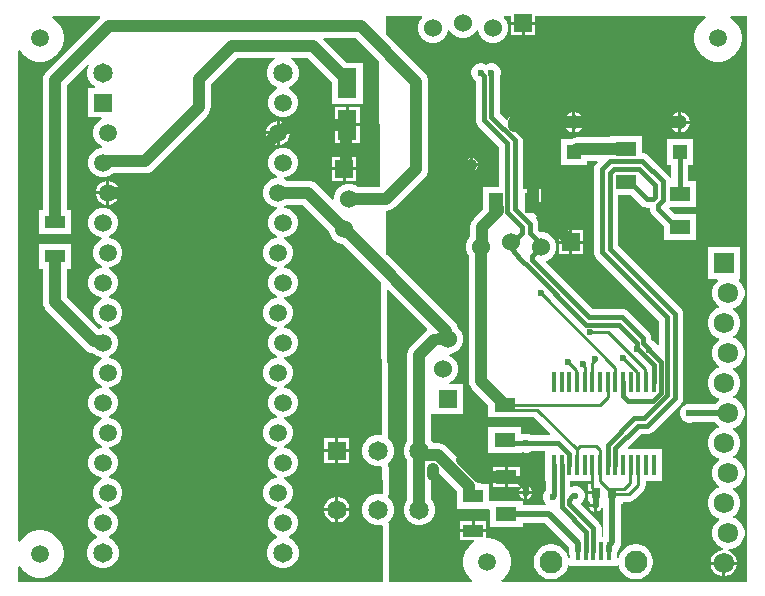
<source format=gbr>
%TF.GenerationSoftware,Altium Limited,Altium Designer,24.0.1 (36)*%
G04 Layer_Physical_Order=1*
G04 Layer_Color=255*
%FSLAX45Y45*%
%MOMM*%
%TF.SameCoordinates,87475131-42DB-44E4-9C0F-69BDD36FC7AA*%
%TF.FilePolarity,Positive*%
%TF.FileFunction,Copper,L1,Top,Signal*%
%TF.Part,Single*%
G01*
G75*
%TA.AperFunction,SMDPad,CuDef*%
%ADD10R,1.70000X1.10000*%
%ADD11R,1.80000X1.15000*%
%ADD12R,0.75000X0.94000*%
%ADD13R,1.15000X1.80000*%
%TA.AperFunction,ConnectorPad*%
%ADD14R,0.40000X1.50000*%
%TA.AperFunction,SMDPad,CuDef*%
%ADD15R,1.70000X1.15000*%
%ADD16R,0.45000X1.70000*%
%ADD17R,1.60000X2.50000*%
%TA.AperFunction,Conductor*%
%ADD18C,1.00000*%
%ADD19C,0.38100*%
%ADD20C,0.25400*%
%ADD21C,0.50000*%
%TA.AperFunction,ComponentPad*%
%ADD22R,1.52400X1.52400*%
%ADD23C,1.52400*%
%ADD24R,1.52400X1.52400*%
%ADD25C,1.50000*%
%ADD26C,1.95000*%
%ADD27C,1.72500*%
%ADD28R,1.72500X1.72500*%
%ADD29R,1.20000X1.20000*%
%ADD30C,1.20000*%
%ADD31R,1.65000X1.65000*%
%ADD32C,1.65000*%
%ADD33C,1.65100*%
%ADD34C,1.50800*%
%ADD35R,1.50800X1.50800*%
%TA.AperFunction,ViaPad*%
%ADD36C,0.60000*%
G36*
X751915Y4831842D02*
X296837Y4376763D01*
X280775Y4355832D01*
X270679Y4331457D01*
X267235Y4305300D01*
Y3209300D01*
X233100D01*
Y2998900D01*
X503500D01*
Y3209300D01*
X469365D01*
Y4263438D01*
X650491Y4444564D01*
X660654Y4436766D01*
X650997Y4420040D01*
X641950Y4386277D01*
Y4351323D01*
X650997Y4317560D01*
X668473Y4287290D01*
X693190Y4262573D01*
X709598Y4253100D01*
X706195Y4240400D01*
X649100D01*
Y3989200D01*
X761750D01*
X762910Y3986253D01*
X763898Y3976500D01*
X737580Y3961305D01*
X714195Y3937920D01*
X697659Y3909280D01*
X689100Y3877336D01*
Y3844264D01*
X697659Y3812320D01*
X714195Y3783680D01*
X737580Y3760295D01*
X763898Y3745100D01*
X762910Y3735347D01*
X761750Y3732400D01*
X758164D01*
X726220Y3723841D01*
X697580Y3707305D01*
X674195Y3683920D01*
X657659Y3655280D01*
X649100Y3623336D01*
Y3590264D01*
X657659Y3558320D01*
X674195Y3529680D01*
X697580Y3506295D01*
X726220Y3489759D01*
X758164Y3481200D01*
X791236D01*
X823180Y3489759D01*
X851820Y3506295D01*
X860980Y3515455D01*
X1127320D01*
X1153477Y3518899D01*
X1177852Y3528995D01*
X1198783Y3545056D01*
X1658963Y4005237D01*
X1675025Y4026168D01*
X1685121Y4050542D01*
X1688565Y4076700D01*
Y4276138D01*
X1908762Y4496335D01*
X2228698D01*
X2232100Y4483635D01*
X2217190Y4475027D01*
X2192473Y4450310D01*
X2174997Y4420040D01*
X2165950Y4386277D01*
Y4351323D01*
X2174997Y4317560D01*
X2192473Y4287290D01*
X2217190Y4262573D01*
X2247460Y4245097D01*
X2250220Y4244357D01*
Y4235213D01*
X2249473Y4231409D01*
X2221580Y4215305D01*
X2198195Y4191920D01*
X2181659Y4163280D01*
X2173100Y4131336D01*
Y4098264D01*
X2181659Y4066320D01*
X2198195Y4037680D01*
X2221580Y4014295D01*
X2250220Y3997759D01*
X2282164Y3989200D01*
X2315236D01*
X2347180Y3997759D01*
X2375820Y4014295D01*
X2399205Y4037680D01*
X2415741Y4066320D01*
X2424300Y4098264D01*
Y4131336D01*
X2415741Y4163280D01*
X2399205Y4191920D01*
X2375820Y4215305D01*
X2347927Y4231409D01*
X2347180Y4235213D01*
Y4244357D01*
X2349940Y4245097D01*
X2380210Y4262573D01*
X2404927Y4287290D01*
X2422403Y4317560D01*
X2431450Y4351323D01*
Y4386277D01*
X2422403Y4420040D01*
X2404927Y4450310D01*
X2380210Y4475027D01*
X2365300Y4483635D01*
X2368702Y4496335D01*
X2510838D01*
X2714600Y4292573D01*
Y4101900D01*
X2975000D01*
Y4452300D01*
X2840727D01*
X2641024Y4652003D01*
X2645884Y4663736D01*
X2914937D01*
X3114917Y4463757D01*
X3123111Y3412080D01*
X3114166Y3403065D01*
X2935192D01*
X2935111Y3403145D01*
X2906289Y3419786D01*
X2874141Y3428400D01*
X2840859D01*
X2808711Y3419786D01*
X2779889Y3403145D01*
X2756355Y3379611D01*
X2739714Y3350789D01*
X2731100Y3318641D01*
Y3295288D01*
X2718400Y3290027D01*
X2584163Y3424263D01*
X2563232Y3440325D01*
X2538858Y3450421D01*
X2512700Y3453865D01*
X2334851D01*
X2309502Y3468500D01*
X2310490Y3478253D01*
X2311650Y3481200D01*
X2315236D01*
X2347180Y3489759D01*
X2375820Y3506295D01*
X2399205Y3529680D01*
X2415741Y3558320D01*
X2424300Y3590264D01*
Y3623336D01*
X2415741Y3655280D01*
X2399205Y3683920D01*
X2375820Y3707305D01*
X2347180Y3723841D01*
X2315236Y3732400D01*
X2282164D01*
X2250220Y3723841D01*
X2221580Y3707305D01*
X2198195Y3683920D01*
X2181659Y3655280D01*
X2173100Y3623336D01*
Y3590264D01*
X2181659Y3558320D01*
X2198195Y3529680D01*
X2221580Y3506295D01*
X2247898Y3491100D01*
X2246910Y3481347D01*
X2245750Y3478400D01*
X2242164D01*
X2210220Y3469841D01*
X2181580Y3453305D01*
X2158195Y3429920D01*
X2141659Y3401280D01*
X2133100Y3369336D01*
Y3336264D01*
X2141659Y3304320D01*
X2158195Y3275680D01*
X2181580Y3252295D01*
X2210220Y3235759D01*
X2242164Y3227200D01*
X2245750D01*
X2246910Y3224253D01*
X2247898Y3214500D01*
X2221580Y3199305D01*
X2198195Y3175920D01*
X2181659Y3147280D01*
X2173100Y3115336D01*
Y3082264D01*
X2181659Y3050320D01*
X2198195Y3021680D01*
X2221580Y2998295D01*
X2247898Y2983100D01*
X2246910Y2973347D01*
X2245750Y2970400D01*
X2242164D01*
X2210220Y2961841D01*
X2181580Y2945305D01*
X2158195Y2921920D01*
X2141659Y2893280D01*
X2133100Y2861336D01*
Y2828264D01*
X2141659Y2796320D01*
X2158195Y2767680D01*
X2181580Y2744295D01*
X2210220Y2727759D01*
X2242164Y2719200D01*
X2245750D01*
X2246910Y2716253D01*
X2247898Y2706500D01*
X2221580Y2691305D01*
X2198195Y2667920D01*
X2181659Y2639280D01*
X2173100Y2607336D01*
Y2574264D01*
X2181659Y2542320D01*
X2198195Y2513680D01*
X2221580Y2490295D01*
X2247898Y2475100D01*
X2246910Y2465347D01*
X2245750Y2462400D01*
X2242164D01*
X2210220Y2453841D01*
X2181580Y2437305D01*
X2158195Y2413920D01*
X2141659Y2385280D01*
X2133100Y2353336D01*
Y2320264D01*
X2141659Y2288320D01*
X2158195Y2259680D01*
X2181580Y2236295D01*
X2210220Y2219759D01*
X2242164Y2211200D01*
X2245750D01*
X2246910Y2208253D01*
X2247898Y2198500D01*
X2221580Y2183305D01*
X2198195Y2159920D01*
X2181659Y2131280D01*
X2173100Y2099336D01*
Y2066264D01*
X2181659Y2034320D01*
X2198195Y2005680D01*
X2221580Y1982295D01*
X2247898Y1967100D01*
X2246910Y1957347D01*
X2245750Y1954400D01*
X2242164D01*
X2210220Y1945841D01*
X2181580Y1929305D01*
X2158195Y1905920D01*
X2141659Y1877280D01*
X2133100Y1845336D01*
Y1812264D01*
X2141659Y1780320D01*
X2158195Y1751680D01*
X2181580Y1728295D01*
X2210220Y1711759D01*
X2242164Y1703200D01*
X2245750D01*
X2246910Y1700253D01*
X2247898Y1690500D01*
X2221580Y1675305D01*
X2198195Y1651920D01*
X2181659Y1623280D01*
X2173100Y1591336D01*
Y1558264D01*
X2181659Y1526320D01*
X2198195Y1497680D01*
X2221580Y1474295D01*
X2247898Y1459100D01*
X2246910Y1449347D01*
X2245750Y1446400D01*
X2242164D01*
X2210220Y1437841D01*
X2181580Y1421305D01*
X2158195Y1397920D01*
X2141659Y1369280D01*
X2133100Y1337336D01*
Y1304264D01*
X2141659Y1272320D01*
X2158195Y1243680D01*
X2181580Y1220295D01*
X2210220Y1203759D01*
X2242164Y1195200D01*
X2245750D01*
X2246910Y1192253D01*
X2247898Y1182500D01*
X2221580Y1167305D01*
X2198195Y1143920D01*
X2181659Y1115280D01*
X2173100Y1083336D01*
Y1050264D01*
X2181659Y1018320D01*
X2198195Y989680D01*
X2221580Y966295D01*
X2247898Y951100D01*
X2246910Y941347D01*
X2245750Y938400D01*
X2242164D01*
X2210220Y929841D01*
X2181580Y913305D01*
X2158195Y889920D01*
X2141659Y861280D01*
X2133100Y829336D01*
Y796264D01*
X2141659Y764320D01*
X2158195Y735680D01*
X2181580Y712295D01*
X2210220Y695759D01*
X2242164Y687200D01*
X2245750D01*
X2246910Y684253D01*
X2247898Y674500D01*
X2221580Y659305D01*
X2198195Y635920D01*
X2181659Y607280D01*
X2173100Y575336D01*
Y542264D01*
X2181659Y510320D01*
X2198195Y481680D01*
X2221580Y458295D01*
X2249473Y442191D01*
X2250220Y438387D01*
Y429243D01*
X2247460Y428503D01*
X2217190Y411027D01*
X2192473Y386310D01*
X2174997Y356040D01*
X2165950Y322277D01*
Y287323D01*
X2174997Y253560D01*
X2192473Y223290D01*
X2217190Y198573D01*
X2247460Y181097D01*
X2281223Y172050D01*
X2316177D01*
X2349940Y181097D01*
X2380210Y198573D01*
X2404927Y223290D01*
X2422403Y253560D01*
X2431450Y287323D01*
Y322277D01*
X2422403Y356040D01*
X2404927Y386310D01*
X2380210Y411027D01*
X2349940Y428503D01*
X2347180Y429243D01*
Y438387D01*
X2347927Y442191D01*
X2375820Y458295D01*
X2399205Y481680D01*
X2415741Y510320D01*
X2424300Y542264D01*
Y575336D01*
X2415741Y607280D01*
X2399205Y635920D01*
X2375820Y659305D01*
X2347180Y675841D01*
X2315236Y684400D01*
X2311650D01*
X2310490Y687347D01*
X2309502Y697100D01*
X2335820Y712295D01*
X2359205Y735680D01*
X2375741Y764320D01*
X2384300Y796264D01*
Y829336D01*
X2375741Y861280D01*
X2359205Y889920D01*
X2335820Y913305D01*
X2309502Y928500D01*
X2310490Y938253D01*
X2311650Y941200D01*
X2315236D01*
X2347180Y949759D01*
X2375820Y966295D01*
X2399205Y989680D01*
X2415741Y1018320D01*
X2424300Y1050264D01*
Y1083336D01*
X2415741Y1115280D01*
X2399205Y1143920D01*
X2375820Y1167305D01*
X2347180Y1183841D01*
X2315236Y1192400D01*
X2311650D01*
X2310490Y1195347D01*
X2309502Y1205100D01*
X2335820Y1220295D01*
X2359205Y1243680D01*
X2375741Y1272320D01*
X2384300Y1304264D01*
Y1337336D01*
X2375741Y1369280D01*
X2359205Y1397920D01*
X2335820Y1421305D01*
X2309502Y1436500D01*
X2310490Y1446253D01*
X2311650Y1449200D01*
X2315236D01*
X2347180Y1457759D01*
X2375820Y1474295D01*
X2399205Y1497680D01*
X2415741Y1526320D01*
X2424300Y1558264D01*
Y1591336D01*
X2415741Y1623280D01*
X2399205Y1651920D01*
X2375820Y1675305D01*
X2347180Y1691841D01*
X2315236Y1700400D01*
X2311650D01*
X2310490Y1703347D01*
X2309502Y1713100D01*
X2335820Y1728295D01*
X2359205Y1751680D01*
X2375741Y1780320D01*
X2384300Y1812264D01*
Y1845336D01*
X2375741Y1877280D01*
X2359205Y1905920D01*
X2335820Y1929305D01*
X2309502Y1944500D01*
X2310490Y1954253D01*
X2311650Y1957200D01*
X2315236D01*
X2347180Y1965759D01*
X2375820Y1982295D01*
X2399205Y2005680D01*
X2415741Y2034320D01*
X2424300Y2066264D01*
Y2099336D01*
X2415741Y2131280D01*
X2399205Y2159920D01*
X2375820Y2183305D01*
X2347180Y2199841D01*
X2315236Y2208400D01*
X2311650D01*
X2310490Y2211347D01*
X2309502Y2221100D01*
X2335820Y2236295D01*
X2359205Y2259680D01*
X2375741Y2288320D01*
X2384300Y2320264D01*
Y2353336D01*
X2375741Y2385280D01*
X2359205Y2413920D01*
X2335820Y2437305D01*
X2309502Y2452500D01*
X2310490Y2462253D01*
X2311650Y2465200D01*
X2315236D01*
X2347180Y2473759D01*
X2375820Y2490295D01*
X2399205Y2513680D01*
X2415741Y2542320D01*
X2424300Y2574264D01*
Y2607336D01*
X2415741Y2639280D01*
X2399205Y2667920D01*
X2375820Y2691305D01*
X2347180Y2707841D01*
X2315236Y2716400D01*
X2311650D01*
X2310490Y2719347D01*
X2309502Y2729100D01*
X2335820Y2744295D01*
X2359205Y2767680D01*
X2375741Y2796320D01*
X2384300Y2828264D01*
Y2861336D01*
X2375741Y2893280D01*
X2359205Y2921920D01*
X2335820Y2945305D01*
X2309502Y2960500D01*
X2310490Y2970253D01*
X2311650Y2973200D01*
X2315236D01*
X2347180Y2981759D01*
X2375820Y2998295D01*
X2399205Y3021680D01*
X2415741Y3050320D01*
X2424300Y3082264D01*
Y3115336D01*
X2415741Y3147280D01*
X2399205Y3175920D01*
X2375820Y3199305D01*
X2347180Y3215841D01*
X2315236Y3224400D01*
X2311650D01*
X2310490Y3227347D01*
X2309502Y3237100D01*
X2334851Y3251735D01*
X2470838D01*
X2691100Y3031473D01*
Y3031359D01*
X2699714Y2999211D01*
X2716355Y2970389D01*
X2739889Y2946855D01*
X2768712Y2930214D01*
X2800859Y2921600D01*
X2802873D01*
X3129478Y2594995D01*
X3139516Y1306834D01*
X3129470Y1299064D01*
X3121870Y1301100D01*
X3086930D01*
X3053180Y1292057D01*
X3022920Y1274586D01*
X2998213Y1249880D01*
X2980743Y1219620D01*
X2971700Y1185870D01*
Y1150930D01*
X2980743Y1117180D01*
X2998213Y1086920D01*
X3022920Y1062214D01*
X3053180Y1044743D01*
X3086930Y1035700D01*
X3121870D01*
X3131562Y1038297D01*
X3141668Y1030605D01*
X3143420Y805788D01*
X3133374Y798017D01*
X3121870Y801100D01*
X3086930D01*
X3053180Y792057D01*
X3022920Y774586D01*
X2998213Y749880D01*
X2980743Y719620D01*
X2971700Y685870D01*
Y650930D01*
X2980743Y617180D01*
X2998213Y586920D01*
X3022920Y562214D01*
X3053180Y544743D01*
X3086930Y535700D01*
X3121870D01*
X3135450Y539339D01*
X3145556Y531647D01*
X3146968Y350496D01*
X3148983Y91900D01*
X3149179Y66673D01*
X3140234Y57658D01*
X57658D01*
Y183729D01*
X70358Y187582D01*
X85794Y164480D01*
X113680Y136594D01*
X146470Y114685D01*
X182904Y99593D01*
X221582Y91900D01*
X261018D01*
X299696Y99593D01*
X336130Y114685D01*
X368920Y136594D01*
X396806Y164480D01*
X418715Y197270D01*
X433807Y233704D01*
X441500Y272382D01*
Y311818D01*
X433807Y350496D01*
X418715Y386930D01*
X396806Y419720D01*
X368920Y447606D01*
X336130Y469515D01*
X299696Y484607D01*
X261018Y492300D01*
X221582D01*
X182904Y484607D01*
X146470Y469515D01*
X113680Y447606D01*
X85794Y419720D01*
X70358Y396618D01*
X57658Y400471D01*
Y4552529D01*
X70358Y4556382D01*
X85794Y4533280D01*
X113680Y4505394D01*
X146470Y4483485D01*
X182904Y4468393D01*
X221582Y4460700D01*
X261018D01*
X299696Y4468393D01*
X336130Y4483485D01*
X368920Y4505394D01*
X396806Y4533280D01*
X418715Y4566070D01*
X433807Y4602504D01*
X441500Y4641182D01*
Y4680618D01*
X433807Y4719296D01*
X418715Y4755730D01*
X396806Y4788520D01*
X368920Y4816406D01*
X345818Y4831842D01*
X349671Y4844542D01*
X746655D01*
X751915Y4831842D01*
D02*
G37*
G36*
X6228842Y57658D02*
X4152293D01*
X4148606Y69811D01*
X4153520Y73094D01*
X4181406Y100980D01*
X4203315Y133770D01*
X4218407Y170204D01*
X4226100Y208882D01*
Y248318D01*
X4218407Y286996D01*
X4203315Y323430D01*
X4181406Y356220D01*
X4153520Y384106D01*
X4120730Y406015D01*
X4084296Y421107D01*
X4045618Y428800D01*
X4022000D01*
Y477300D01*
X3801200D01*
Y409600D01*
X3913576D01*
X3917428Y396900D01*
X3898280Y384106D01*
X3870394Y356220D01*
X3848485Y323430D01*
X3833393Y286996D01*
X3825700Y248318D01*
Y208882D01*
X3833393Y170204D01*
X3848485Y133770D01*
X3870394Y100980D01*
X3898280Y73094D01*
X3903194Y69811D01*
X3899507Y57658D01*
X3208262D01*
X3200361Y67072D01*
X3200165Y92299D01*
X3198150Y350895D01*
X3196738Y532046D01*
X3196074Y535255D01*
X3196276Y538526D01*
X3194067Y544950D01*
X3192690Y551602D01*
X3192613Y551715D01*
X3190733Y554646D01*
X3189782Y557412D01*
X3186784Y560804D01*
X3185880Y562214D01*
X3210586Y586920D01*
X3228057Y617180D01*
X3237100Y650930D01*
Y685870D01*
X3228057Y719620D01*
X3210586Y749880D01*
X3185880Y774586D01*
X3190767Y786430D01*
X3190859Y786570D01*
X3192095Y793049D01*
X3194191Y799305D01*
X3193951Y802773D01*
X3194602Y806187D01*
X3192850Y1031004D01*
X3192186Y1034213D01*
X3192388Y1037484D01*
X3190179Y1043908D01*
X3188802Y1050560D01*
X3185880Y1062214D01*
X3210586Y1086920D01*
X3228057Y1117180D01*
X3237100Y1150930D01*
Y1185870D01*
X3228057Y1219620D01*
X3210586Y1249880D01*
X3185880Y1274586D01*
X3186955Y1287616D01*
X3188191Y1294096D01*
X3190287Y1300350D01*
X3190046Y1303818D01*
X3190698Y1307233D01*
X3181196Y2526658D01*
X3192910Y2531563D01*
X3521001Y2203473D01*
X3519822Y2186691D01*
X3507539Y2177266D01*
X3382937Y2052663D01*
X3366875Y2031732D01*
X3356779Y2007357D01*
X3353335Y1981200D01*
Y1255002D01*
X3348214Y1249880D01*
X3330743Y1219620D01*
X3321700Y1185870D01*
Y1150930D01*
X3330743Y1117180D01*
X3348214Y1086920D01*
X3353335Y1081798D01*
Y755002D01*
X3348214Y749880D01*
X3330743Y719620D01*
X3321700Y685870D01*
Y650930D01*
X3330743Y617180D01*
X3348214Y586920D01*
X3372920Y562214D01*
X3403180Y544743D01*
X3436930Y535700D01*
X3471870D01*
X3505620Y544743D01*
X3535880Y562214D01*
X3560586Y586920D01*
X3578057Y617180D01*
X3587100Y650930D01*
Y685870D01*
X3578057Y719620D01*
X3560586Y749880D01*
X3555465Y755002D01*
Y1027635D01*
X3573519D01*
X3775536Y825619D01*
Y785000D01*
X3776400Y778433D01*
Y674800D01*
X4038100D01*
X4046800Y674800D01*
X4050800Y663757D01*
Y522200D01*
X4331200D01*
Y554051D01*
X4519576D01*
X4721751Y351876D01*
Y315500D01*
X4724335Y295869D01*
X4727400Y288470D01*
Y257883D01*
X4714700Y256633D01*
X4712124Y269582D01*
X4700990Y296462D01*
X4684826Y320653D01*
X4664253Y341226D01*
X4640062Y357390D01*
X4613183Y368524D01*
X4584647Y374200D01*
X4555553D01*
X4527018Y368524D01*
X4500138Y357390D01*
X4475947Y341226D01*
X4455374Y320653D01*
X4439210Y296462D01*
X4428076Y269582D01*
X4422400Y241047D01*
Y211953D01*
X4428076Y183417D01*
X4439210Y156538D01*
X4455374Y132347D01*
X4475947Y111774D01*
X4500138Y95610D01*
X4527018Y84476D01*
X4555553Y78800D01*
X4584647D01*
X4613183Y84476D01*
X4640062Y95610D01*
X4664253Y111774D01*
X4684826Y132347D01*
X4700990Y156538D01*
X4712124Y183417D01*
X4714700Y196367D01*
X4727400Y195116D01*
Y190300D01*
X5127800D01*
Y195116D01*
X5140500Y196367D01*
X5143076Y183417D01*
X5154210Y156538D01*
X5170374Y132347D01*
X5190947Y111774D01*
X5215138Y95610D01*
X5242017Y84476D01*
X5270553Y78800D01*
X5299647D01*
X5328182Y84476D01*
X5355062Y95610D01*
X5379253Y111774D01*
X5399826Y132347D01*
X5415990Y156538D01*
X5427124Y183417D01*
X5432800Y211953D01*
Y241047D01*
X5427124Y269582D01*
X5415990Y296462D01*
X5399826Y320653D01*
X5379253Y341226D01*
X5355062Y357390D01*
X5328182Y368524D01*
X5299647Y374200D01*
X5270553D01*
X5242017Y368524D01*
X5215138Y357390D01*
X5190947Y341226D01*
X5170374Y320653D01*
X5154210Y296462D01*
X5143076Y269582D01*
X5140500Y256633D01*
X5127800Y257883D01*
Y288470D01*
X5130865Y295869D01*
X5133449Y315500D01*
Y329083D01*
X5141464Y337098D01*
X5153518Y352807D01*
X5161095Y371100D01*
X5163680Y390731D01*
Y715600D01*
X5174200D01*
Y735968D01*
X5232400D01*
X5256942Y740849D01*
X5277748Y754752D01*
X5354348Y831351D01*
X5368251Y852158D01*
X5373133Y876700D01*
Y911800D01*
X5511700D01*
Y1182200D01*
X5221673D01*
X5216813Y1193933D01*
X5330533Y1307654D01*
X5383547D01*
X5401625Y1310034D01*
X5418471Y1317012D01*
X5432937Y1328112D01*
X5666190Y1561365D01*
X5677290Y1575830D01*
X5684268Y1592677D01*
X5686648Y1610754D01*
Y2322438D01*
X5684268Y2340516D01*
X5677290Y2357362D01*
X5666190Y2371828D01*
X5134698Y2903320D01*
Y3333700D01*
X5243421D01*
X5331950Y3245171D01*
X5346416Y3234071D01*
X5363262Y3227093D01*
X5381340Y3224713D01*
X5403309D01*
Y3218096D01*
X5405689Y3200018D01*
X5412667Y3183172D01*
X5423767Y3168706D01*
X5523154Y3069320D01*
Y2952700D01*
X5793553D01*
Y3168100D01*
X5621933D01*
X5569066Y3220967D01*
X5573927Y3232700D01*
X5793553D01*
Y3448100D01*
X5728201D01*
Y3585500D01*
X5768553D01*
Y3805899D01*
X5548153D01*
Y3585500D01*
X5588506D01*
Y3481904D01*
X5575806Y3479377D01*
X5574564Y3482375D01*
X5563464Y3496840D01*
X5391365Y3668940D01*
X5376899Y3680040D01*
X5360053Y3687018D01*
X5342200Y3689368D01*
Y3829100D01*
X5071800D01*
Y3822465D01*
X4788200D01*
X4762043Y3819021D01*
X4737668Y3808925D01*
X4733726Y3805900D01*
X4652300D01*
Y3585500D01*
X4872700D01*
Y3620335D01*
X4957437D01*
X4962298Y3608602D01*
X4951960Y3598265D01*
X4940860Y3583799D01*
X4933882Y3566953D01*
X4931502Y3548875D01*
Y2848086D01*
X4933882Y2830008D01*
X4940860Y2813162D01*
X4951960Y2798696D01*
X5483452Y2267204D01*
Y2062196D01*
X5470752Y2058793D01*
X5463861Y2070729D01*
X5448929Y2085661D01*
X5430641Y2096220D01*
X5429295Y2096580D01*
X5416548Y2109327D01*
Y2120900D01*
X5414168Y2138978D01*
X5407190Y2155824D01*
X5396090Y2170290D01*
X5218967Y2347413D01*
X5204501Y2358513D01*
X5187655Y2365491D01*
X5169577Y2367871D01*
X4919123D01*
X4524458Y2762536D01*
X4527745Y2774804D01*
X4531889Y2775914D01*
X4560711Y2792555D01*
X4584245Y2816089D01*
X4600886Y2844912D01*
X4609500Y2877059D01*
Y2910341D01*
X4600886Y2942489D01*
X4584245Y2971312D01*
X4560711Y2994845D01*
X4531889Y3011486D01*
X4499741Y3020100D01*
X4475479D01*
X4457698Y3037882D01*
Y3088149D01*
X4455318Y3106227D01*
X4448340Y3123072D01*
X4438574Y3135800D01*
X4441631Y3148140D01*
X4441780Y3148500D01*
X4487400D01*
Y3251200D01*
X4404500D01*
Y3263900D01*
X4391800D01*
Y3379300D01*
X4332298D01*
Y3796071D01*
X4329918Y3814149D01*
X4322940Y3830995D01*
X4311840Y3845461D01*
X4273459Y3883842D01*
X4276439Y3898823D01*
X4285881Y3902734D01*
X4301466Y3918319D01*
X4309204Y3937000D01*
X4254500D01*
Y3949700D01*
X4241800D01*
Y4004404D01*
X4223119Y3996666D01*
X4207534Y3981081D01*
X4203623Y3971639D01*
X4188642Y3968659D01*
X4133848Y4023453D01*
Y4241800D01*
Y4329379D01*
X4138735Y4337844D01*
X4144200Y4358241D01*
Y4379359D01*
X4138735Y4399756D01*
X4128176Y4418044D01*
X4113244Y4432976D01*
X4094956Y4443535D01*
X4074559Y4449000D01*
X4053441D01*
X4033044Y4443535D01*
X4019370Y4435640D01*
X4005924Y4443403D01*
X3985526Y4448868D01*
X3964409D01*
X3944012Y4443403D01*
X3925724Y4432844D01*
X3910792Y4417912D01*
X3900233Y4399624D01*
X3894768Y4379226D01*
Y4358109D01*
X3900233Y4337712D01*
X3910792Y4319424D01*
X3925724Y4304492D01*
X3930652Y4301646D01*
Y4241800D01*
Y3968219D01*
X3933032Y3950141D01*
X3940010Y3933295D01*
X3951110Y3918829D01*
X4129102Y3740837D01*
Y3404100D01*
X3996800D01*
Y3215827D01*
X3913663Y3132689D01*
X3897602Y3111758D01*
X3887505Y3087383D01*
X3884062Y3061226D01*
Y2981418D01*
X3873955Y2971312D01*
X3857314Y2942489D01*
X3848700Y2910341D01*
Y2877059D01*
X3857314Y2844912D01*
X3873955Y2816089D01*
X3874035Y2816008D01*
Y1758004D01*
X3877479Y1731846D01*
X3887575Y1707472D01*
X3903637Y1686540D01*
X4035092Y1555085D01*
Y1450112D01*
X4213896D01*
X4220092Y1448880D01*
X4426024D01*
X4561422Y1313481D01*
X4556562Y1301748D01*
X4395521D01*
X4387056Y1306635D01*
X4366659Y1312100D01*
X4345541D01*
X4328192Y1307451D01*
X4319514Y1311938D01*
X4315491Y1315727D01*
Y1365512D01*
X4035092D01*
Y1150112D01*
X4315491D01*
X4315491Y1150112D01*
X4328192Y1156349D01*
X4345541Y1151700D01*
X4366659D01*
X4387056Y1157165D01*
X4395521Y1162052D01*
X4521300D01*
Y911800D01*
X4524152D01*
Y827572D01*
X4520524Y823944D01*
X4509965Y805656D01*
X4504500Y785259D01*
Y764141D01*
X4509965Y743744D01*
X4520524Y725456D01*
X4527531Y718449D01*
X4522270Y705749D01*
X4331200D01*
Y737600D01*
X4059500D01*
X4050800Y737600D01*
X4046800Y748643D01*
Y885200D01*
X3975332D01*
X3974221Y893639D01*
X3964125Y918014D01*
X3948063Y938945D01*
X3686845Y1200163D01*
X3665914Y1216225D01*
X3641539Y1226321D01*
X3615382Y1229765D01*
X3572200D01*
X3560586Y1249880D01*
X3555465Y1255002D01*
Y1474229D01*
X3567100Y1476800D01*
X3568165Y1476800D01*
X3819900D01*
Y1729600D01*
X3710691D01*
X3707288Y1742300D01*
X3731111Y1756055D01*
X3754645Y1779589D01*
X3771286Y1808411D01*
X3779900Y1840559D01*
Y1873841D01*
X3771286Y1905989D01*
X3754645Y1934811D01*
X3731111Y1958345D01*
X3707288Y1972100D01*
X3709910Y1983771D01*
X3710516Y1984901D01*
X3742288Y1993414D01*
X3771111Y2010055D01*
X3794645Y2033589D01*
X3811286Y2062411D01*
X3819900Y2094559D01*
Y2127841D01*
X3811286Y2159989D01*
X3794645Y2188811D01*
X3782265Y2201191D01*
X3781095Y2210084D01*
X3770998Y2234459D01*
X3754937Y2255390D01*
X3175000Y2835327D01*
Y3200935D01*
X3201157Y3204379D01*
X3225532Y3214475D01*
X3246463Y3230537D01*
X3500463Y3484537D01*
X3516525Y3505468D01*
X3526621Y3529843D01*
X3530065Y3556000D01*
Y4292600D01*
X3526621Y4318757D01*
X3516525Y4343132D01*
X3500463Y4364063D01*
X3175000Y4689527D01*
Y4844542D01*
X3472492D01*
X3477352Y4832809D01*
X3468355Y4823812D01*
X3451714Y4794989D01*
X3443100Y4762841D01*
Y4729559D01*
X3451714Y4697411D01*
X3468355Y4668589D01*
X3491888Y4645055D01*
X3520711Y4628414D01*
X3552859Y4619800D01*
X3586141D01*
X3618288Y4628414D01*
X3647111Y4645055D01*
X3670645Y4668589D01*
X3687286Y4697411D01*
X3695799Y4729184D01*
X3696928Y4729790D01*
X3708600Y4732412D01*
X3722355Y4708588D01*
X3745888Y4685055D01*
X3774711Y4668414D01*
X3806859Y4659800D01*
X3840141D01*
X3872288Y4668414D01*
X3901111Y4685055D01*
X3924645Y4708588D01*
X3938400Y4732412D01*
X3950071Y4729790D01*
X3951200Y4729184D01*
X3959714Y4697411D01*
X3976355Y4668589D01*
X3999888Y4645055D01*
X4028711Y4628414D01*
X4060859Y4619800D01*
X4094141D01*
X4126288Y4628414D01*
X4155111Y4645055D01*
X4178645Y4668589D01*
X4195286Y4697411D01*
X4203900Y4729559D01*
Y4762841D01*
X4195286Y4794989D01*
X4178645Y4823812D01*
X4169648Y4832809D01*
X4174508Y4844542D01*
X4229900D01*
Y4798900D01*
X4331499D01*
X4433100D01*
Y4844542D01*
X5873329D01*
X5877182Y4831842D01*
X5854080Y4816406D01*
X5826194Y4788520D01*
X5804285Y4755730D01*
X5789193Y4719296D01*
X5781500Y4680618D01*
Y4641182D01*
X5789193Y4602504D01*
X5804285Y4566070D01*
X5826194Y4533280D01*
X5854080Y4505394D01*
X5886870Y4483485D01*
X5923304Y4468393D01*
X5961982Y4460700D01*
X6001418D01*
X6040096Y4468393D01*
X6076530Y4483485D01*
X6109320Y4505394D01*
X6137206Y4533280D01*
X6159115Y4566070D01*
X6174207Y4602504D01*
X6181900Y4641182D01*
Y4680618D01*
X6174207Y4719296D01*
X6159115Y4755730D01*
X6137206Y4788520D01*
X6109320Y4816406D01*
X6086218Y4831842D01*
X6090071Y4844542D01*
X6228842D01*
X6228842Y57658D01*
D02*
G37*
G36*
X4923329Y897900D02*
X4914351Y885200D01*
X4883600D01*
Y825500D01*
X4946500D01*
Y800100D01*
X4883600D01*
Y740400D01*
X4887452D01*
X4895938Y727700D01*
X4891796Y717700D01*
X4946500D01*
Y705000D01*
X4959200D01*
Y650296D01*
X4977881Y658034D01*
X4993466Y673619D01*
X4999282Y687660D01*
X5011982Y685134D01*
Y440700D01*
X4996698D01*
Y509653D01*
X4994318Y527731D01*
X4987340Y544577D01*
X4976240Y559043D01*
X4823003Y712279D01*
X4824444Y723224D01*
X4839376Y738156D01*
X4849935Y756444D01*
X4855400Y776841D01*
Y797959D01*
X4849935Y818356D01*
X4839376Y836644D01*
X4824444Y851576D01*
X4806156Y862135D01*
X4785759Y867600D01*
X4764641D01*
X4744244Y862135D01*
X4738346Y858730D01*
X4727348Y865080D01*
Y911800D01*
X4920564D01*
X4923329Y897900D01*
D02*
G37*
%LPC*%
G36*
X2950200Y4077500D02*
X2857500D01*
Y3939800D01*
X2950200D01*
Y4077500D01*
D02*
G37*
G36*
X2832100D02*
X2739400D01*
Y3939800D01*
X2832100D01*
Y4077500D01*
D02*
G37*
G36*
X2271971Y3961600D02*
X2271400D01*
Y3873500D01*
X2359500D01*
Y3874070D01*
X2352631Y3899707D01*
X2339360Y3922692D01*
X2320593Y3941460D01*
X2297607Y3954730D01*
X2271971Y3961600D01*
D02*
G37*
G36*
X2246000D02*
X2245430D01*
X2219793Y3954730D01*
X2196808Y3941460D01*
X2178040Y3922692D01*
X2164770Y3899707D01*
X2157900Y3874070D01*
Y3873500D01*
X2246000D01*
Y3961600D01*
D02*
G37*
G36*
X2950200Y3914400D02*
X2857500D01*
Y3776700D01*
X2950200D01*
Y3914400D01*
D02*
G37*
G36*
X2832100D02*
X2739400D01*
Y3776700D01*
X2832100D01*
Y3914400D01*
D02*
G37*
G36*
X2359500Y3848100D02*
X2271400D01*
Y3760000D01*
X2271971D01*
X2297607Y3766870D01*
X2320593Y3780140D01*
X2339360Y3798908D01*
X2352631Y3821893D01*
X2359500Y3847530D01*
Y3848100D01*
D02*
G37*
G36*
X2246000D02*
X2157900D01*
Y3847530D01*
X2164770Y3821893D01*
X2178040Y3798908D01*
X2196808Y3780140D01*
X2219793Y3766870D01*
X2245430Y3760000D01*
X2246000D01*
Y3848100D01*
D02*
G37*
G36*
X2919100Y3657600D02*
X2830200D01*
Y3568700D01*
X2919100D01*
Y3657600D01*
D02*
G37*
G36*
X2804800D02*
X2715900D01*
Y3568700D01*
X2804800D01*
Y3657600D01*
D02*
G37*
G36*
X2919100Y3543300D02*
X2830200D01*
Y3454400D01*
X2919100D01*
Y3543300D01*
D02*
G37*
G36*
X2804800D02*
X2715900D01*
Y3454400D01*
X2804800D01*
Y3543300D01*
D02*
G37*
G36*
X827970Y3453600D02*
X827400D01*
Y3365500D01*
X915500D01*
Y3366070D01*
X908630Y3391707D01*
X895360Y3414692D01*
X876592Y3433460D01*
X853607Y3446730D01*
X827970Y3453600D01*
D02*
G37*
G36*
X802000D02*
X801429D01*
X775793Y3446730D01*
X752807Y3433460D01*
X734040Y3414692D01*
X720769Y3391707D01*
X713900Y3366070D01*
Y3365500D01*
X802000D01*
Y3453600D01*
D02*
G37*
G36*
X915500Y3340100D02*
X827400D01*
Y3252000D01*
X827970D01*
X853607Y3258870D01*
X876592Y3272140D01*
X895360Y3290908D01*
X908630Y3313893D01*
X915500Y3339530D01*
Y3340100D01*
D02*
G37*
G36*
X802000D02*
X713900D01*
Y3339530D01*
X720769Y3313893D01*
X734040Y3290908D01*
X752807Y3272140D01*
X775793Y3258870D01*
X801429Y3252000D01*
X802000D01*
Y3340100D01*
D02*
G37*
G36*
X791236Y3224400D02*
X758164D01*
X726220Y3215841D01*
X697580Y3199305D01*
X674195Y3175920D01*
X657659Y3147280D01*
X649100Y3115336D01*
Y3082264D01*
X657659Y3050320D01*
X674195Y3021680D01*
X697580Y2998295D01*
X726220Y2981759D01*
X758164Y2973200D01*
X761750D01*
X762910Y2970253D01*
X763898Y2960500D01*
X737580Y2945305D01*
X714195Y2921920D01*
X697659Y2893280D01*
X689100Y2861336D01*
Y2828264D01*
X697659Y2796320D01*
X714195Y2767680D01*
X737580Y2744295D01*
X763898Y2729100D01*
X762910Y2719347D01*
X761750Y2716400D01*
X758164D01*
X726220Y2707841D01*
X697580Y2691305D01*
X674195Y2667920D01*
X657659Y2639280D01*
X649100Y2607336D01*
Y2574264D01*
X657659Y2542320D01*
X674195Y2513680D01*
X697580Y2490295D01*
X726220Y2473759D01*
X758164Y2465200D01*
X761750D01*
X762910Y2462253D01*
X763898Y2452500D01*
X737580Y2437305D01*
X714195Y2413920D01*
X697659Y2385280D01*
X689100Y2353336D01*
Y2320264D01*
X697659Y2288320D01*
X714195Y2259680D01*
X737580Y2236295D01*
X763898Y2221100D01*
X762910Y2211347D01*
X761750Y2208400D01*
X758164D01*
X734790Y2202137D01*
X469365Y2467562D01*
Y2708900D01*
X503500D01*
Y2919300D01*
X233100D01*
Y2708900D01*
X267235D01*
Y2425700D01*
X270679Y2399543D01*
X280775Y2375168D01*
X296837Y2354237D01*
X630017Y2021056D01*
X650948Y2004995D01*
X675323Y1994899D01*
X686440Y1993435D01*
X697580Y1982295D01*
X726220Y1965759D01*
X758164Y1957200D01*
X761750D01*
X762910Y1954253D01*
X763898Y1944500D01*
X737580Y1929305D01*
X714195Y1905920D01*
X697659Y1877280D01*
X689100Y1845336D01*
Y1812264D01*
X697659Y1780320D01*
X714195Y1751680D01*
X737580Y1728295D01*
X763898Y1713100D01*
X762910Y1703347D01*
X761750Y1700400D01*
X758164D01*
X726220Y1691841D01*
X697580Y1675305D01*
X674195Y1651920D01*
X657659Y1623280D01*
X649100Y1591336D01*
Y1558264D01*
X657659Y1526320D01*
X674195Y1497680D01*
X697580Y1474295D01*
X726220Y1457759D01*
X758164Y1449200D01*
X761750D01*
X762910Y1446253D01*
X763898Y1436500D01*
X737580Y1421305D01*
X714195Y1397920D01*
X697659Y1369280D01*
X689100Y1337336D01*
Y1304264D01*
X697659Y1272320D01*
X714195Y1243680D01*
X737580Y1220295D01*
X763898Y1205100D01*
X762910Y1195347D01*
X761750Y1192400D01*
X758164D01*
X726220Y1183841D01*
X697580Y1167305D01*
X674195Y1143920D01*
X657659Y1115280D01*
X649100Y1083336D01*
Y1050264D01*
X657659Y1018320D01*
X674195Y989680D01*
X697580Y966295D01*
X726220Y949759D01*
X758164Y941200D01*
X761750D01*
X762910Y938253D01*
X763898Y928500D01*
X737580Y913305D01*
X714195Y889920D01*
X697659Y861280D01*
X689100Y829336D01*
Y796264D01*
X697659Y764320D01*
X714195Y735680D01*
X737580Y712295D01*
X763898Y697100D01*
X762910Y687347D01*
X761750Y684400D01*
X758164D01*
X726220Y675841D01*
X697580Y659305D01*
X674195Y635920D01*
X657659Y607280D01*
X649100Y575336D01*
Y542264D01*
X657659Y510320D01*
X674195Y481680D01*
X697580Y458295D01*
X725473Y442191D01*
X726220Y438387D01*
Y429243D01*
X723460Y428503D01*
X693190Y411027D01*
X668473Y386310D01*
X650997Y356040D01*
X641950Y322277D01*
Y287323D01*
X650997Y253560D01*
X668473Y223290D01*
X693190Y198573D01*
X723460Y181097D01*
X757223Y172050D01*
X792177D01*
X825940Y181097D01*
X856210Y198573D01*
X880927Y223290D01*
X898403Y253560D01*
X907450Y287323D01*
Y322277D01*
X898403Y356040D01*
X880927Y386310D01*
X856210Y411027D01*
X825940Y428503D01*
X823180Y429243D01*
Y438387D01*
X823927Y442191D01*
X851820Y458295D01*
X875205Y481680D01*
X891741Y510320D01*
X900300Y542264D01*
Y575336D01*
X891741Y607280D01*
X875205Y635920D01*
X851820Y659305D01*
X825502Y674500D01*
X826490Y684253D01*
X827650Y687200D01*
X831236D01*
X863180Y695759D01*
X891820Y712295D01*
X915205Y735680D01*
X931741Y764320D01*
X940300Y796264D01*
Y829336D01*
X931741Y861280D01*
X915205Y889920D01*
X891820Y913305D01*
X863180Y929841D01*
X831236Y938400D01*
X827650D01*
X826490Y941347D01*
X825502Y951100D01*
X851820Y966295D01*
X875205Y989680D01*
X891741Y1018320D01*
X900300Y1050264D01*
Y1083336D01*
X891741Y1115280D01*
X875205Y1143920D01*
X851820Y1167305D01*
X825502Y1182500D01*
X826490Y1192253D01*
X827650Y1195200D01*
X831236D01*
X863180Y1203759D01*
X891820Y1220295D01*
X915205Y1243680D01*
X931741Y1272320D01*
X940300Y1304264D01*
Y1337336D01*
X931741Y1369280D01*
X915205Y1397920D01*
X891820Y1421305D01*
X863180Y1437841D01*
X831236Y1446400D01*
X827650D01*
X826490Y1449347D01*
X825502Y1459100D01*
X851820Y1474295D01*
X875205Y1497680D01*
X891741Y1526320D01*
X900300Y1558264D01*
Y1591336D01*
X891741Y1623280D01*
X875205Y1651920D01*
X851820Y1675305D01*
X825502Y1690500D01*
X826490Y1700253D01*
X827650Y1703200D01*
X831236D01*
X863180Y1711759D01*
X891820Y1728295D01*
X915205Y1751680D01*
X931741Y1780320D01*
X940300Y1812264D01*
Y1845336D01*
X931741Y1877280D01*
X915205Y1905920D01*
X891820Y1929305D01*
X863180Y1945841D01*
X831236Y1954400D01*
X827650D01*
X826490Y1957347D01*
X825502Y1967100D01*
X851820Y1982295D01*
X875205Y2005680D01*
X891741Y2034320D01*
X900300Y2066264D01*
Y2099336D01*
X891741Y2131280D01*
X875205Y2159920D01*
X851820Y2183305D01*
X825502Y2198500D01*
X826490Y2208253D01*
X827650Y2211200D01*
X831236D01*
X863180Y2219759D01*
X891820Y2236295D01*
X915205Y2259680D01*
X931741Y2288320D01*
X940300Y2320264D01*
Y2353336D01*
X931741Y2385280D01*
X915205Y2413920D01*
X891820Y2437305D01*
X863180Y2453841D01*
X831236Y2462400D01*
X827650D01*
X826490Y2465347D01*
X825502Y2475100D01*
X851820Y2490295D01*
X875205Y2513680D01*
X891741Y2542320D01*
X900300Y2574264D01*
Y2607336D01*
X891741Y2639280D01*
X875205Y2667920D01*
X851820Y2691305D01*
X825502Y2706500D01*
X826490Y2716253D01*
X827650Y2719200D01*
X831236D01*
X863180Y2727759D01*
X891820Y2744295D01*
X915205Y2767680D01*
X931741Y2796320D01*
X940300Y2828264D01*
Y2861336D01*
X931741Y2893280D01*
X915205Y2921920D01*
X891820Y2945305D01*
X863180Y2961841D01*
X831236Y2970400D01*
X827650D01*
X826490Y2973347D01*
X825502Y2983100D01*
X851820Y2998295D01*
X875205Y3021680D01*
X891741Y3050320D01*
X900300Y3082264D01*
Y3115336D01*
X891741Y3147280D01*
X875205Y3175920D01*
X851820Y3199305D01*
X823180Y3215841D01*
X791236Y3224400D01*
D02*
G37*
G36*
X2862300Y1276300D02*
X2767100D01*
Y1181100D01*
X2862300D01*
Y1276300D01*
D02*
G37*
G36*
X2741700D02*
X2646500D01*
Y1181100D01*
X2741700D01*
Y1276300D01*
D02*
G37*
G36*
X2862300Y1155700D02*
X2767100D01*
Y1060500D01*
X2862300D01*
Y1155700D01*
D02*
G37*
G36*
X2741700D02*
X2646500D01*
Y1060500D01*
X2741700D01*
Y1155700D01*
D02*
G37*
G36*
X2768605Y776300D02*
X2767100D01*
Y681100D01*
X2862300D01*
Y682605D01*
X2854947Y710048D01*
X2840741Y734652D01*
X2820652Y754741D01*
X2796048Y768947D01*
X2768605Y776300D01*
D02*
G37*
G36*
X2741700D02*
X2740195D01*
X2712752Y768947D01*
X2688148Y754741D01*
X2668058Y734652D01*
X2653853Y710048D01*
X2646500Y682605D01*
Y681100D01*
X2741700D01*
Y776300D01*
D02*
G37*
G36*
X2862300Y655700D02*
X2767100D01*
Y560500D01*
X2768605D01*
X2796048Y567853D01*
X2820652Y582059D01*
X2840741Y602148D01*
X2854947Y626752D01*
X2862300Y654195D01*
Y655700D01*
D02*
G37*
G36*
X2741700D02*
X2646500D01*
Y654195D01*
X2653853Y626752D01*
X2668058Y602148D01*
X2688148Y582059D01*
X2712752Y567853D01*
X2740195Y560500D01*
X2741700D01*
Y655700D01*
D02*
G37*
G36*
X4433100Y4773500D02*
X4344199D01*
Y4684600D01*
X4433100D01*
Y4773500D01*
D02*
G37*
G36*
X4318799D02*
X4229900D01*
Y4684600D01*
X4318799D01*
Y4773500D01*
D02*
G37*
G36*
X4775200Y4034709D02*
Y3962400D01*
X4847509D01*
X4842080Y3982663D01*
X4830837Y4002137D01*
X4814937Y4018037D01*
X4795463Y4029280D01*
X4775200Y4034709D01*
D02*
G37*
G36*
X4267200Y4004404D02*
Y3962400D01*
X4309204D01*
X4301466Y3981081D01*
X4285881Y3996666D01*
X4267200Y4004404D01*
D02*
G37*
G36*
X4749800Y4034709D02*
X4729537Y4029280D01*
X4710063Y4018037D01*
X4694163Y4002137D01*
X4682920Y3982663D01*
X4677491Y3962400D01*
X4749800D01*
Y4034709D01*
D02*
G37*
G36*
X5671053Y4034709D02*
Y3962399D01*
X5743363D01*
X5737933Y3982663D01*
X5726690Y4002136D01*
X5710790Y4018036D01*
X5691317Y4029279D01*
X5671053Y4034709D01*
D02*
G37*
G36*
X5645653D02*
X5625390Y4029279D01*
X5605917Y4018036D01*
X5590017Y4002136D01*
X5578773Y3982663D01*
X5573344Y3962399D01*
X5645653D01*
Y4034709D01*
D02*
G37*
G36*
X4847509Y3937000D02*
X4775200D01*
Y3864691D01*
X4795463Y3870120D01*
X4814937Y3881363D01*
X4830837Y3897263D01*
X4842080Y3916737D01*
X4847509Y3937000D01*
D02*
G37*
G36*
X4749800D02*
X4677491D01*
X4682920Y3916737D01*
X4694163Y3897263D01*
X4710063Y3881363D01*
X4729537Y3870120D01*
X4749800Y3864691D01*
Y3937000D01*
D02*
G37*
G36*
X5743363Y3936999D02*
X5671053D01*
Y3864690D01*
X5691317Y3870120D01*
X5710790Y3881363D01*
X5726690Y3897263D01*
X5737933Y3916736D01*
X5743363Y3936999D01*
D02*
G37*
G36*
X5645653D02*
X5573344D01*
X5578773Y3916736D01*
X5590017Y3897263D01*
X5605917Y3881363D01*
X5625390Y3870120D01*
X5645653Y3864690D01*
Y3936999D01*
D02*
G37*
G36*
X3906227Y3643431D02*
Y3601427D01*
X3948231D01*
X3940492Y3620108D01*
X3924908Y3635692D01*
X3906227Y3643431D01*
D02*
G37*
G36*
X3880827D02*
X3862145Y3635692D01*
X3846561Y3620108D01*
X3838823Y3601427D01*
X3880827D01*
Y3643431D01*
D02*
G37*
G36*
X3948231Y3576027D02*
X3906227D01*
Y3534023D01*
X3924908Y3541761D01*
X3940492Y3557345D01*
X3948231Y3576027D01*
D02*
G37*
G36*
X3880827D02*
X3838823D01*
X3846561Y3557345D01*
X3862145Y3541761D01*
X3880827Y3534023D01*
Y3576027D01*
D02*
G37*
G36*
X4487400Y3379300D02*
X4417200D01*
Y3276600D01*
X4487400D01*
Y3379300D01*
D02*
G37*
G36*
X4838700Y3035300D02*
X4749800D01*
Y2946400D01*
X4838700D01*
Y3035300D01*
D02*
G37*
G36*
X4724400D02*
X4635500D01*
Y2946400D01*
X4724400D01*
Y3035300D01*
D02*
G37*
G36*
X4838700Y2921000D02*
X4749800D01*
Y2832100D01*
X4838700D01*
Y2921000D01*
D02*
G37*
G36*
X4724400D02*
X4635500D01*
Y2832100D01*
X4724400D01*
Y2921000D01*
D02*
G37*
G36*
X6167050Y2892350D02*
X5894150D01*
Y2619450D01*
X5977220D01*
X5982480Y2606750D01*
X5961413Y2585682D01*
X5943449Y2554568D01*
X5934150Y2519864D01*
Y2483936D01*
X5943449Y2449232D01*
X5961413Y2418118D01*
X5986818Y2392713D01*
X5990524Y2390573D01*
X5988867Y2377981D01*
X5977932Y2375051D01*
X5946818Y2357087D01*
X5921413Y2331682D01*
X5903449Y2300568D01*
X5894150Y2265864D01*
Y2229936D01*
X5903449Y2195232D01*
X5921413Y2164118D01*
X5946818Y2138713D01*
X5977932Y2120749D01*
X5988867Y2117819D01*
X5990524Y2105227D01*
X5986818Y2103087D01*
X5961413Y2077682D01*
X5943449Y2046568D01*
X5934150Y2011864D01*
Y1975936D01*
X5943449Y1941232D01*
X5961413Y1910118D01*
X5986818Y1884713D01*
X5990524Y1882573D01*
X5988867Y1869981D01*
X5977932Y1867051D01*
X5946818Y1849087D01*
X5921413Y1823682D01*
X5903449Y1792568D01*
X5894150Y1757864D01*
Y1721936D01*
X5903449Y1687232D01*
X5921413Y1656118D01*
X5946818Y1630713D01*
X5977932Y1612749D01*
X5988867Y1609819D01*
X5990524Y1597227D01*
X5986818Y1595087D01*
X5961413Y1569682D01*
X5956832Y1561749D01*
X5767197D01*
X5750959Y1566100D01*
X5729841D01*
X5709444Y1560635D01*
X5691156Y1550076D01*
X5676224Y1535144D01*
X5665665Y1516856D01*
X5660200Y1496459D01*
Y1475341D01*
X5665665Y1454944D01*
X5676224Y1436656D01*
X5691156Y1421724D01*
X5709444Y1411165D01*
X5729841Y1405700D01*
X5750959D01*
X5767197Y1410051D01*
X5956832D01*
X5961413Y1402118D01*
X5986818Y1376713D01*
X5990524Y1374573D01*
X5988867Y1361981D01*
X5977932Y1359051D01*
X5946818Y1341087D01*
X5921413Y1315682D01*
X5903449Y1284568D01*
X5894150Y1249864D01*
Y1213936D01*
X5903449Y1179232D01*
X5921413Y1148118D01*
X5946818Y1122713D01*
X5977932Y1104749D01*
X5988867Y1101819D01*
X5990524Y1089227D01*
X5986818Y1087087D01*
X5961413Y1061682D01*
X5943449Y1030568D01*
X5934150Y995864D01*
Y959936D01*
X5943449Y925232D01*
X5961413Y894118D01*
X5986818Y868713D01*
X5990524Y866573D01*
X5988867Y853981D01*
X5977932Y851051D01*
X5946818Y833087D01*
X5921413Y807682D01*
X5903449Y776568D01*
X5894150Y741864D01*
Y705936D01*
X5903449Y671232D01*
X5921413Y640118D01*
X5946818Y614713D01*
X5977932Y596749D01*
X5988867Y593819D01*
X5990524Y581227D01*
X5986818Y579087D01*
X5961413Y553682D01*
X5943449Y522568D01*
X5934150Y487864D01*
Y451936D01*
X5943449Y417232D01*
X5961413Y386118D01*
X5986818Y360713D01*
X6017932Y342749D01*
X6027257Y340250D01*
X6025585Y327550D01*
X6015901D01*
X5987505Y319941D01*
X5962045Y305242D01*
X5941258Y284455D01*
X5926559Y258995D01*
X5918950Y230599D01*
Y228600D01*
X6030600D01*
X6142250D01*
Y230599D01*
X6134641Y258995D01*
X6119942Y284455D01*
X6099155Y305242D01*
X6073695Y319941D01*
X6070677Y320750D01*
X6072349Y333450D01*
X6088564D01*
X6123268Y342749D01*
X6154382Y360713D01*
X6179787Y386118D01*
X6197751Y417232D01*
X6207050Y451936D01*
Y487864D01*
X6197751Y522568D01*
X6179787Y553682D01*
X6154382Y579087D01*
X6123268Y597051D01*
X6112333Y599981D01*
X6110676Y612573D01*
X6114382Y614713D01*
X6139787Y640118D01*
X6157751Y671232D01*
X6167050Y705936D01*
Y741864D01*
X6157751Y776568D01*
X6139787Y807682D01*
X6114382Y833087D01*
X6110676Y835227D01*
X6112333Y847819D01*
X6123268Y850749D01*
X6154382Y868713D01*
X6179787Y894118D01*
X6197751Y925232D01*
X6207050Y959936D01*
Y995864D01*
X6197751Y1030568D01*
X6179787Y1061682D01*
X6154382Y1087087D01*
X6123268Y1105051D01*
X6112333Y1107981D01*
X6110676Y1120573D01*
X6114382Y1122713D01*
X6139787Y1148118D01*
X6157751Y1179232D01*
X6167050Y1213936D01*
Y1249864D01*
X6157751Y1284568D01*
X6139787Y1315682D01*
X6114382Y1341087D01*
X6110676Y1343227D01*
X6112333Y1355819D01*
X6123268Y1358749D01*
X6154382Y1376713D01*
X6179787Y1402118D01*
X6197751Y1433232D01*
X6207050Y1467936D01*
Y1503864D01*
X6197751Y1538568D01*
X6179787Y1569682D01*
X6154382Y1595087D01*
X6123268Y1613051D01*
X6112333Y1615981D01*
X6110676Y1628573D01*
X6114382Y1630713D01*
X6139787Y1656118D01*
X6157751Y1687232D01*
X6167050Y1721936D01*
Y1757864D01*
X6157751Y1792568D01*
X6139787Y1823682D01*
X6114382Y1849087D01*
X6110676Y1851227D01*
X6112333Y1863819D01*
X6123268Y1866749D01*
X6154382Y1884713D01*
X6179787Y1910118D01*
X6197751Y1941232D01*
X6207050Y1975936D01*
Y2011864D01*
X6197751Y2046568D01*
X6179787Y2077682D01*
X6154382Y2103087D01*
X6123268Y2121051D01*
X6112333Y2123981D01*
X6110676Y2136573D01*
X6114382Y2138713D01*
X6139787Y2164118D01*
X6157751Y2195232D01*
X6167050Y2229936D01*
Y2265864D01*
X6157751Y2300568D01*
X6139787Y2331682D01*
X6114382Y2357087D01*
X6110676Y2359227D01*
X6112333Y2371819D01*
X6123268Y2374749D01*
X6154382Y2392713D01*
X6179787Y2418118D01*
X6197751Y2449232D01*
X6207050Y2483936D01*
Y2519864D01*
X6197751Y2554568D01*
X6179787Y2585682D01*
X6158720Y2606750D01*
X6163980Y2619450D01*
X6167050D01*
Y2892350D01*
D02*
G37*
G36*
X4306400Y1027800D02*
X4203700D01*
Y957600D01*
X4306400D01*
Y1027800D01*
D02*
G37*
G36*
X4178300D02*
X4075600D01*
Y957600D01*
X4178300D01*
Y1027800D01*
D02*
G37*
G36*
X4306400Y932200D02*
X4203700D01*
Y862000D01*
X4306400D01*
Y932200D01*
D02*
G37*
G36*
X4178300D02*
X4075600D01*
Y862000D01*
X4178300D01*
Y932200D01*
D02*
G37*
G36*
X4368800Y867504D02*
Y825500D01*
X4410804D01*
X4403066Y844181D01*
X4387481Y859766D01*
X4368800Y867504D01*
D02*
G37*
G36*
X4343400D02*
X4324719Y859766D01*
X4309134Y844181D01*
X4301396Y825500D01*
X4343400D01*
Y867504D01*
D02*
G37*
G36*
X4410804Y800100D02*
X4368800D01*
Y758096D01*
X4387481Y765834D01*
X4403066Y781419D01*
X4410804Y800100D01*
D02*
G37*
G36*
X4343400D02*
X4301396D01*
X4309134Y781419D01*
X4324719Y765834D01*
X4343400Y758096D01*
Y800100D01*
D02*
G37*
G36*
X4022000Y570400D02*
X3924300D01*
Y502700D01*
X4022000D01*
Y570400D01*
D02*
G37*
G36*
X3898900D02*
X3801200D01*
Y502700D01*
X3898900D01*
Y570400D01*
D02*
G37*
G36*
X6142250Y203200D02*
X6043300D01*
Y104250D01*
X6045299D01*
X6073695Y111859D01*
X6099155Y126558D01*
X6119942Y147345D01*
X6134641Y172805D01*
X6142250Y201201D01*
Y203200D01*
D02*
G37*
G36*
X6017900D02*
X5918950D01*
Y201201D01*
X5926559Y172805D01*
X5941258Y147345D01*
X5962045Y126558D01*
X5987505Y111859D01*
X6015901Y104250D01*
X6017900D01*
Y203200D01*
D02*
G37*
G36*
X4933800Y692300D02*
X4891796D01*
X4899534Y673619D01*
X4915118Y658034D01*
X4933800Y650296D01*
Y692300D01*
D02*
G37*
%LPD*%
D10*
X3911600Y490000D02*
D03*
Y780000D02*
D03*
X368300Y3104100D02*
D03*
Y2814100D02*
D03*
D11*
X4175292Y1257812D02*
D03*
Y1557812D02*
D03*
X4191000Y944900D02*
D03*
Y629900D02*
D03*
D12*
X5086500Y812800D02*
D03*
X4946500D02*
D03*
D13*
X4404500Y3263900D02*
D03*
X4104500D02*
D03*
D14*
X4797600Y315500D02*
D03*
X4862600D02*
D03*
X4927600D02*
D03*
X4992600D02*
D03*
X5057600D02*
D03*
D15*
X5207000Y3441400D02*
D03*
Y3721400D02*
D03*
X5658353Y3060400D02*
D03*
Y3340400D02*
D03*
D16*
X5439000Y1747000D02*
D03*
X5374000D02*
D03*
X5309000D02*
D03*
X5244000D02*
D03*
X5179000D02*
D03*
X5114000D02*
D03*
X5049000D02*
D03*
X4984000D02*
D03*
X4919000D02*
D03*
X4854000D02*
D03*
X4789000D02*
D03*
X4724000D02*
D03*
X4659000D02*
D03*
X4594000D02*
D03*
Y1047000D02*
D03*
X4659000D02*
D03*
X4724000D02*
D03*
X4789000D02*
D03*
X4854000D02*
D03*
X4919000D02*
D03*
X4984000D02*
D03*
X5049000D02*
D03*
X5114000D02*
D03*
X5179000D02*
D03*
X5244000D02*
D03*
X5309000D02*
D03*
X5374000D02*
D03*
X5439000D02*
D03*
D17*
X2844800Y4277100D02*
D03*
Y3927100D02*
D03*
D18*
X3876600Y785000D02*
X3881600Y780000D01*
X3615382Y1128700D02*
X3876600Y867482D01*
X3818523Y1084941D02*
X3958563Y944900D01*
X3876600Y785000D02*
Y867482D01*
X3881600Y780000D02*
X3911600D01*
X3958563Y944900D02*
X4191000D01*
X3454400Y1168400D02*
X3471989D01*
X3511689Y1128700D01*
X3615382D01*
X3568700Y957776D02*
Y1016000D01*
X2801335Y3066066D02*
Y3066066D01*
X3683474Y2121226D02*
Y2183927D01*
X2801335Y3066066D02*
X3683474Y2183927D01*
Y2121226D02*
X3693500Y2111200D01*
X3616500D02*
X3693500D01*
X3381691Y3076891D02*
X3893527Y3588727D01*
X2512700Y3352800D02*
X2817500Y3048000D01*
X2258700Y3352800D02*
X2512700D01*
X3454400Y1981200D02*
X3579002Y2105802D01*
X3454400Y1168400D02*
Y1981200D01*
Y668400D02*
Y1168400D01*
X4417200Y3253600D02*
Y3787000D01*
X4254500Y3919634D02*
Y3949700D01*
X4417200Y3787000D01*
X4254500Y3949700D02*
X4762500D01*
X3975100Y1758004D02*
X4175292Y1557812D01*
X3975100Y1758004D02*
Y2893700D01*
X3985126Y2903726D01*
X4117200Y3193300D02*
Y3225800D01*
X3985126Y3061226D02*
X4117200Y3193300D01*
X3985126Y2903726D02*
Y3061226D01*
X4417200Y3253600D02*
X4737100Y2933700D01*
X4762500Y3949700D02*
X4762500Y3949700D01*
X5658353D01*
X5658353Y3949699D01*
X4762500Y3695700D02*
X4788200Y3721400D01*
X5207000D01*
X368300Y3104100D02*
Y4305300D01*
X827800Y4764800D01*
X2956800D01*
X2844800Y4277100D02*
Y4322100D01*
X2814800Y4352100D02*
X2844800Y4322100D01*
X2552700Y4597400D02*
X2798000Y4352100D01*
X2814800D01*
X1866900Y4597400D02*
X2552700D01*
X1587500Y4318000D02*
X1866900Y4597400D01*
X1587500Y4076700D02*
Y4318000D01*
X1127320Y3616520D02*
X1587500Y4076700D01*
X1750700Y3352800D02*
X2258700Y3860800D01*
X814700Y3352800D02*
X1750700D01*
X2258700Y3860800D02*
X2272447D01*
X784420Y3616520D02*
X1127320D01*
X774700Y3606800D02*
X784420Y3616520D01*
X2338747Y3927100D02*
X2844800D01*
X2272447Y3860800D02*
X2338747Y3927100D01*
X2831150Y3569650D02*
Y3913450D01*
X2844800Y3927100D01*
X2817500Y3556000D02*
X2831150Y3569650D01*
X3429000Y3556000D02*
Y4292600D01*
X2956800Y4764800D02*
X3429000Y4292600D01*
X3175000Y3302000D02*
X3429000Y3556000D01*
X2857500Y3302000D02*
X3175000D01*
X368300Y2425700D02*
Y2814100D01*
X764980Y2092520D02*
X774700Y2082800D01*
X701480Y2092520D02*
X764980D01*
X368300Y2425700D02*
X701480Y2092520D01*
D19*
X5400974Y2022655D02*
X5502500Y1921128D01*
Y1883000D02*
Y1921128D01*
X5356072Y1977754D02*
X5439000Y1894826D01*
Y1819500D02*
Y1894826D01*
X5346701Y2080395D02*
X5399685Y2027411D01*
X5301826Y2032000D02*
X5356072Y1977754D01*
X5381864Y2041764D02*
X5400974Y2022655D01*
X5399685Y2021485D02*
Y2027411D01*
X5346701Y2080395D02*
Y2120900D01*
X5169577Y2298024D02*
X5346701Y2120900D01*
X4863889Y2234524D02*
X5143275D01*
X4362006Y2736406D02*
X4863889Y2234524D01*
X5295900Y2070100D02*
Y2081898D01*
X4406907Y2781307D02*
X4890191Y2298024D01*
X5169577D01*
X5143275Y2234524D02*
X5295900Y2081898D01*
Y2032874D02*
Y2070100D01*
X4324350Y2774062D02*
X4362006Y2736406D01*
X4405546Y2782669D02*
X4406907Y2781307D01*
X5295900Y2032000D02*
X5301826D01*
X4249100Y2862900D02*
Y2933700D01*
Y2862900D02*
X4250970Y2861030D01*
X4356100Y1231900D02*
X4626501D01*
X4201204D02*
X4356100D01*
X4324350Y2774062D02*
X4324350D01*
X4064000Y3994521D02*
Y4241800D01*
Y3994521D02*
X4262450Y3796071D01*
Y3213549D02*
Y3796071D01*
Y3213549D02*
X4337050Y3138949D01*
X4000500Y3968219D02*
Y4241800D01*
Y3968219D02*
X4198950Y3769769D01*
Y3187246D02*
Y3769769D01*
Y3187246D02*
X4284796Y3101400D01*
X4064000Y4241800D02*
Y4368800D01*
X4337050Y3138949D02*
X4387850Y3088149D01*
X4000500Y4241800D02*
Y4337210D01*
X4284796Y3101400D02*
X4324350Y3061846D01*
X3974968Y4362742D02*
Y4368668D01*
Y4362742D02*
X4000500Y4337210D01*
X5431901Y1587500D02*
X5502500Y1658099D01*
X5175661Y1743661D02*
X5179000Y1747000D01*
X5502500Y1658099D02*
Y1883000D01*
X5219700Y1587500D02*
X5431901D01*
X5175661Y1631539D02*
X5219700Y1587500D01*
X5175661Y1631539D02*
Y1743661D01*
X4387850Y3008950D02*
Y3088149D01*
Y3008950D02*
X4483100Y2913700D01*
Y2893700D02*
Y2913700D01*
Y2891785D02*
Y2893700D01*
X4405546Y2782669D02*
Y2814232D01*
X4483100Y2891785D01*
X5439000Y1747000D02*
Y1819500D01*
X4324350Y3008950D02*
Y3061846D01*
X4249100Y2933700D02*
X4324350Y3008950D01*
X4250970Y2847442D02*
Y2861030D01*
Y2847442D02*
X4324350Y2774062D01*
X5473157Y3218096D02*
X5630853Y3060400D01*
X5381340Y3294561D02*
X5428256D01*
X5064850Y3522572D02*
X5098328Y3556050D01*
X5001350Y3548875D02*
X5072025Y3619550D01*
X5064850Y2874388D02*
Y3522572D01*
X5001350Y2848086D02*
X5553300Y2296136D01*
X5098328Y3556050D02*
X5315672D01*
X5072025Y3619550D02*
X5341975D01*
X5514074Y3447451D01*
X5234500Y3441400D02*
X5381340Y3294561D01*
X5315672Y3556050D02*
X5450574Y3421148D01*
X5001350Y2848086D02*
Y3548875D01*
X5064850Y2874388D02*
X5616800Y2322438D01*
X5450574Y3316879D02*
Y3421148D01*
X5428256Y3294561D02*
X5450574Y3316879D01*
X5207000Y3441400D02*
X5234500D01*
X5473157Y3218096D02*
Y3249659D01*
X5514074Y3290577D02*
Y3447451D01*
X5473157Y3249659D02*
X5514074Y3290577D01*
X4863350Y384087D02*
Y444500D01*
Y483350D01*
X4657500Y689200D02*
X4863350Y483350D01*
X4657500Y689200D02*
Y749300D01*
X4926850Y384087D02*
Y444500D01*
Y509653D01*
X4721000Y715503D02*
X4926850Y509653D01*
X4721000Y715503D02*
Y749300D01*
X4863350Y316250D02*
Y384087D01*
X4926850Y316250D02*
Y384087D01*
X4657500Y749300D02*
Y939800D01*
Y1045500D01*
X4721000Y749300D02*
Y754132D01*
X5357245Y1441002D02*
X5553300Y1637057D01*
X5616800Y1610754D02*
Y2322438D01*
X5553300Y1637057D02*
Y2296136D01*
X5383547Y1377502D02*
X5616800Y1610754D01*
X5301602Y1377502D02*
X5383547D01*
X5275299Y1441002D02*
X5357245D01*
X5113250Y1189150D02*
X5301602Y1377502D01*
X5049750Y1215452D02*
X5275299Y1441002D01*
X4584700Y780626D02*
X4594000Y789926D01*
X4584700Y774700D02*
Y780626D01*
X4594000Y789926D02*
Y1047000D01*
X4862600Y315500D02*
X4863350Y316250D01*
X4750078Y783210D02*
X4771010D01*
X4775200Y787400D01*
X4175292Y1257812D02*
X4201204Y1231900D01*
X4626501D02*
X4720550Y1137851D01*
Y1050450D02*
X4724000Y1047000D01*
X4720550Y1050450D02*
Y1137851D01*
X4721000Y754132D02*
X4750078Y783210D01*
X4926850Y316250D02*
X4927600Y315500D01*
X5658353Y3340400D02*
Y3695699D01*
X5049000Y1047000D02*
X5049750Y1047750D01*
Y1215452D01*
X5630853Y3060400D02*
X5658353D01*
X5113250Y1047750D02*
X5114000Y1047000D01*
X5113250Y1047750D02*
Y1189150D01*
D20*
X4786200Y1179400D02*
X4813300Y1206500D01*
X4786200Y1179400D02*
X4786200Y1179400D01*
Y1179400D02*
Y1179400D01*
X4452588Y1513012D02*
X4786200Y1179400D01*
X5087831Y811469D02*
X5099200Y800100D01*
X5086500Y812800D02*
X5087831Y811469D01*
X4906865Y2176365D02*
X5049935D01*
X5364200Y1756800D02*
Y1862100D01*
X5049935Y2176365D02*
X5364200Y1862100D01*
X5180526Y1954726D02*
X5299200Y1836053D01*
Y1756800D02*
Y1836053D01*
X4838700Y1895637D02*
X4854000Y1880337D01*
X4838700Y1895637D02*
Y1905000D01*
X4854000Y1747000D02*
Y1880337D01*
X4919000Y1747000D02*
Y1912437D01*
X4940300Y1933737D01*
Y1943100D01*
X5114000Y1747000D02*
Y1871000D01*
X4902200Y2171700D02*
X4906865Y2176365D01*
X4483100Y2501900D02*
X5114000Y1871000D01*
X5299200Y1756800D02*
X5309000Y1747000D01*
X4780409Y1755591D02*
X4789000Y1747000D01*
X4780409Y1755591D02*
Y1848991D01*
X4711700Y1917700D02*
X4780409Y1848991D01*
X4986812Y1557812D02*
X5048999Y1619999D01*
Y1746999D02*
X5049000Y1747000D01*
X5048999Y1619999D02*
Y1746999D01*
X4175292Y1557812D02*
X4986812D01*
X4175292D02*
X4220092Y1513012D01*
X4452588D01*
X4786200Y1049800D02*
Y1179400D01*
Y1049800D02*
X4789000Y1047000D01*
X5364200Y1756800D02*
X5374000Y1747000D01*
X4953000Y1206500D02*
X4984000Y1175500D01*
X4813300Y1206500D02*
X4953000D01*
X4984000Y1047000D02*
Y1175500D01*
X5234200Y890800D02*
Y1037200D01*
X5190500Y847100D02*
X5234200Y890800D01*
X5111300Y847100D02*
X5190500D01*
X5086500Y822300D02*
X5111300Y847100D01*
X5234200Y1037200D02*
X5244000Y1047000D01*
X5086500Y812800D02*
Y822300D01*
X5099200Y800100D02*
X5232400D01*
X5309000Y876700D01*
Y1047000D01*
X4984000Y915300D02*
Y1047000D01*
Y915300D02*
X5052200Y847100D01*
X4919000Y849800D02*
Y1047000D01*
X4946500Y812800D02*
Y822300D01*
X4919000Y849800D02*
X4946500Y822300D01*
X5061700Y847100D02*
X5086500Y822300D01*
X5052200Y847100D02*
X5061700D01*
D21*
X5057600Y360500D02*
X5087831Y390731D01*
Y811469D01*
X5057600Y315500D02*
Y360500D01*
X5740400Y1485900D02*
X6070600D01*
X4191000Y944900D02*
X4223500Y912400D01*
X4294600D02*
X4354187Y852813D01*
Y814713D02*
X4356100Y812800D01*
X4354187Y814713D02*
Y852813D01*
X4223500Y912400D02*
X4294600D01*
X4946500Y705000D02*
Y812800D01*
X4191000Y629900D02*
X4550994D01*
X4797600Y383294D01*
X6000011Y215900D02*
X6030600D01*
X4797600Y315500D02*
Y383294D01*
D22*
X3693500Y1603200D02*
D03*
X2817500Y3556000D02*
D03*
D23*
X3653500Y1857200D02*
D03*
X3693500Y2111200D02*
D03*
X3569500Y4746200D02*
D03*
X4077500D02*
D03*
X3823500Y4786200D02*
D03*
X3975100Y2893700D02*
D03*
X4483100D02*
D03*
X4229100Y2933700D02*
D03*
X2817500Y3048000D02*
D03*
X2857500Y3302000D02*
D03*
D24*
X4331500Y4786200D02*
D03*
X4737100Y2933700D02*
D03*
D25*
X4025900Y228600D02*
D03*
X241300Y292100D02*
D03*
Y4660900D02*
D03*
X5981700D02*
D03*
D26*
X4570100Y226500D02*
D03*
X5285100D02*
D03*
D27*
X6070600Y469900D02*
D03*
Y977900D02*
D03*
Y1485900D02*
D03*
X6030600Y2247900D02*
D03*
Y215900D02*
D03*
Y723900D02*
D03*
Y1231900D02*
D03*
Y1739900D02*
D03*
X6070600Y1993900D02*
D03*
Y2501900D02*
D03*
D28*
X6030600Y2755900D02*
D03*
D29*
X4762500Y3695700D02*
D03*
X5658353Y3695699D02*
D03*
D30*
X4762500Y3949700D02*
D03*
X5658353Y3949699D02*
D03*
D31*
X2754400Y1168400D02*
D03*
D32*
Y668400D02*
D03*
X3104400Y1168400D02*
D03*
Y668400D02*
D03*
X3454400Y1168400D02*
D03*
Y668400D02*
D03*
D33*
X2298700Y4368800D02*
D03*
X774700D02*
D03*
X2298700Y304800D02*
D03*
X774700D02*
D03*
D34*
X2298700Y4114800D02*
D03*
X2258700Y3860800D02*
D03*
X2298700Y3606800D02*
D03*
X2258700Y3352800D02*
D03*
X2298700Y3098800D02*
D03*
X2258700Y2844800D02*
D03*
X2298700Y2590800D02*
D03*
X2258700Y2336800D02*
D03*
X2298700Y2082800D02*
D03*
X2258700Y1828800D02*
D03*
X2298700Y1574800D02*
D03*
X2258700Y1320800D02*
D03*
X2298700Y1066800D02*
D03*
X2258700Y812800D02*
D03*
X2298700Y558800D02*
D03*
X774700D02*
D03*
X814700Y812800D02*
D03*
X774700Y1066800D02*
D03*
X814700Y1320800D02*
D03*
X774700Y1574800D02*
D03*
X814700Y1828800D02*
D03*
X774700Y2082800D02*
D03*
X814700Y2336800D02*
D03*
X774700Y2590800D02*
D03*
X814700Y2844800D02*
D03*
X774700Y3098800D02*
D03*
X814700Y3352800D02*
D03*
X774700Y3606800D02*
D03*
X814700Y3860800D02*
D03*
D35*
X774700Y4114800D02*
D03*
D36*
X5399685Y2021485D02*
D03*
X5293956Y2030930D02*
D03*
X3974968Y4368668D02*
D03*
X4064000Y4368800D02*
D03*
X4254500Y3949700D02*
D03*
X3893527Y3588727D02*
D03*
X5180526Y1954726D02*
D03*
X4838700Y1905000D02*
D03*
X4940300Y1943100D02*
D03*
X4902200Y2171700D02*
D03*
X4711700Y1917700D02*
D03*
X4483100Y2501900D02*
D03*
X5740400Y1485900D02*
D03*
X4356100Y1231900D02*
D03*
Y812800D02*
D03*
X4584700Y774700D02*
D03*
X4946500Y705000D02*
D03*
X4775200Y787400D02*
D03*
X1587500Y4076700D02*
D03*
%TF.MD5,fc9ee9639e165d9be2465cc1201f501d*%
M02*

</source>
